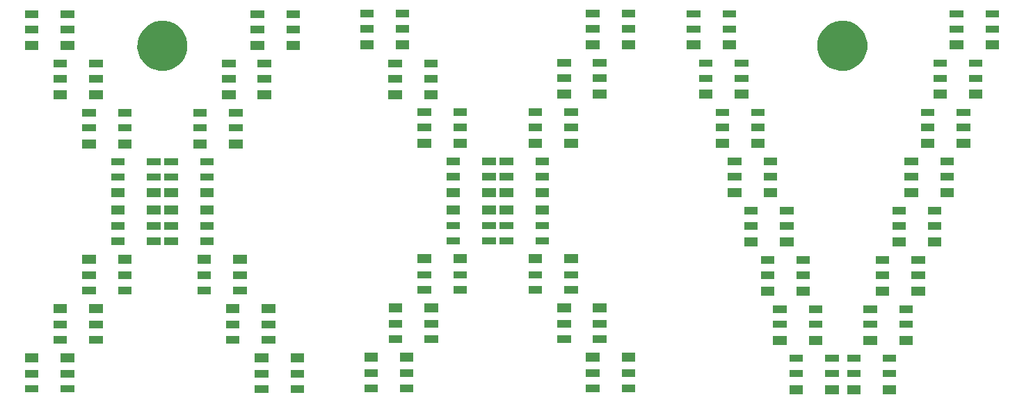
<source format=gts>
G04 #@! TF.FileFunction,Soldermask,Top*
%FSLAX46Y46*%
G04 Gerber Fmt 4.6, Leading zero omitted, Abs format (unit mm)*
G04 Created by KiCad (PCBNEW 4.0.4+e1-6308~48~ubuntu14.04.1-stable) date Wed Jun 28 21:35:02 2017*
%MOMM*%
%LPD*%
G01*
G04 APERTURE LIST*
%ADD10C,0.100000*%
G04 APERTURE END LIST*
D10*
G36*
X141569500Y-80467500D02*
X139919500Y-80467500D01*
X139919500Y-79367500D01*
X141569500Y-79367500D01*
X141569500Y-80467500D01*
X141569500Y-80467500D01*
G37*
G36*
X137219500Y-80467500D02*
X135569500Y-80467500D01*
X135569500Y-79367500D01*
X137219500Y-79367500D01*
X137219500Y-80467500D01*
X137219500Y-80467500D01*
G37*
G36*
X130219500Y-80467500D02*
X128569500Y-80467500D01*
X128569500Y-79367500D01*
X130219500Y-79367500D01*
X130219500Y-80467500D01*
X130219500Y-80467500D01*
G37*
G36*
X134569500Y-80467500D02*
X132919500Y-80467500D01*
X132919500Y-79367500D01*
X134569500Y-79367500D01*
X134569500Y-80467500D01*
X134569500Y-80467500D01*
G37*
G36*
X65150000Y-80300000D02*
X63500000Y-80300000D01*
X63500000Y-79400000D01*
X65150000Y-79400000D01*
X65150000Y-80300000D01*
X65150000Y-80300000D01*
G37*
G36*
X69500000Y-80300000D02*
X67850000Y-80300000D01*
X67850000Y-79400000D01*
X69500000Y-79400000D01*
X69500000Y-80300000D01*
X69500000Y-80300000D01*
G37*
G36*
X37150000Y-80292000D02*
X35500000Y-80292000D01*
X35500000Y-79392000D01*
X37150000Y-79392000D01*
X37150000Y-80292000D01*
X37150000Y-80292000D01*
G37*
G36*
X41500000Y-80292000D02*
X39850000Y-80292000D01*
X39850000Y-79392000D01*
X41500000Y-79392000D01*
X41500000Y-80292000D01*
X41500000Y-80292000D01*
G37*
G36*
X109808500Y-80236500D02*
X108158500Y-80236500D01*
X108158500Y-79336500D01*
X109808500Y-79336500D01*
X109808500Y-80236500D01*
X109808500Y-80236500D01*
G37*
G36*
X78458500Y-80236500D02*
X76808500Y-80236500D01*
X76808500Y-79336500D01*
X78458500Y-79336500D01*
X78458500Y-80236500D01*
X78458500Y-80236500D01*
G37*
G36*
X82808500Y-80236500D02*
X81158500Y-80236500D01*
X81158500Y-79336500D01*
X82808500Y-79336500D01*
X82808500Y-80236500D01*
X82808500Y-80236500D01*
G37*
G36*
X105458500Y-80236500D02*
X103808500Y-80236500D01*
X103808500Y-79336500D01*
X105458500Y-79336500D01*
X105458500Y-80236500D01*
X105458500Y-80236500D01*
G37*
G36*
X65150000Y-78450000D02*
X63500000Y-78450000D01*
X63500000Y-77550000D01*
X65150000Y-77550000D01*
X65150000Y-78450000D01*
X65150000Y-78450000D01*
G37*
G36*
X69500000Y-78450000D02*
X67850000Y-78450000D01*
X67850000Y-77550000D01*
X69500000Y-77550000D01*
X69500000Y-78450000D01*
X69500000Y-78450000D01*
G37*
G36*
X41500000Y-78442000D02*
X39850000Y-78442000D01*
X39850000Y-77542000D01*
X41500000Y-77542000D01*
X41500000Y-78442000D01*
X41500000Y-78442000D01*
G37*
G36*
X37150000Y-78442000D02*
X35500000Y-78442000D01*
X35500000Y-77542000D01*
X37150000Y-77542000D01*
X37150000Y-78442000D01*
X37150000Y-78442000D01*
G37*
G36*
X134569500Y-78417500D02*
X132919500Y-78417500D01*
X132919500Y-77517500D01*
X134569500Y-77517500D01*
X134569500Y-78417500D01*
X134569500Y-78417500D01*
G37*
G36*
X130219500Y-78417500D02*
X128569500Y-78417500D01*
X128569500Y-77517500D01*
X130219500Y-77517500D01*
X130219500Y-78417500D01*
X130219500Y-78417500D01*
G37*
G36*
X141569500Y-78417500D02*
X139919500Y-78417500D01*
X139919500Y-77517500D01*
X141569500Y-77517500D01*
X141569500Y-78417500D01*
X141569500Y-78417500D01*
G37*
G36*
X137219500Y-78417500D02*
X135569500Y-78417500D01*
X135569500Y-77517500D01*
X137219500Y-77517500D01*
X137219500Y-78417500D01*
X137219500Y-78417500D01*
G37*
G36*
X105458500Y-78386500D02*
X103808500Y-78386500D01*
X103808500Y-77486500D01*
X105458500Y-77486500D01*
X105458500Y-78386500D01*
X105458500Y-78386500D01*
G37*
G36*
X82808500Y-78386500D02*
X81158500Y-78386500D01*
X81158500Y-77486500D01*
X82808500Y-77486500D01*
X82808500Y-78386500D01*
X82808500Y-78386500D01*
G37*
G36*
X78458500Y-78386500D02*
X76808500Y-78386500D01*
X76808500Y-77486500D01*
X78458500Y-77486500D01*
X78458500Y-78386500D01*
X78458500Y-78386500D01*
G37*
G36*
X109808500Y-78386500D02*
X108158500Y-78386500D01*
X108158500Y-77486500D01*
X109808500Y-77486500D01*
X109808500Y-78386500D01*
X109808500Y-78386500D01*
G37*
G36*
X65150000Y-76600000D02*
X63500000Y-76600000D01*
X63500000Y-75500000D01*
X65150000Y-75500000D01*
X65150000Y-76600000D01*
X65150000Y-76600000D01*
G37*
G36*
X69500000Y-76600000D02*
X67850000Y-76600000D01*
X67850000Y-75500000D01*
X69500000Y-75500000D01*
X69500000Y-76600000D01*
X69500000Y-76600000D01*
G37*
G36*
X37150000Y-76592000D02*
X35500000Y-76592000D01*
X35500000Y-75492000D01*
X37150000Y-75492000D01*
X37150000Y-76592000D01*
X37150000Y-76592000D01*
G37*
G36*
X41500000Y-76592000D02*
X39850000Y-76592000D01*
X39850000Y-75492000D01*
X41500000Y-75492000D01*
X41500000Y-76592000D01*
X41500000Y-76592000D01*
G37*
G36*
X134569500Y-76567500D02*
X132919500Y-76567500D01*
X132919500Y-75667500D01*
X134569500Y-75667500D01*
X134569500Y-76567500D01*
X134569500Y-76567500D01*
G37*
G36*
X130219500Y-76567500D02*
X128569500Y-76567500D01*
X128569500Y-75667500D01*
X130219500Y-75667500D01*
X130219500Y-76567500D01*
X130219500Y-76567500D01*
G37*
G36*
X141569500Y-76567500D02*
X139919500Y-76567500D01*
X139919500Y-75667500D01*
X141569500Y-75667500D01*
X141569500Y-76567500D01*
X141569500Y-76567500D01*
G37*
G36*
X137219500Y-76567500D02*
X135569500Y-76567500D01*
X135569500Y-75667500D01*
X137219500Y-75667500D01*
X137219500Y-76567500D01*
X137219500Y-76567500D01*
G37*
G36*
X82808500Y-76536500D02*
X81158500Y-76536500D01*
X81158500Y-75436500D01*
X82808500Y-75436500D01*
X82808500Y-76536500D01*
X82808500Y-76536500D01*
G37*
G36*
X78458500Y-76536500D02*
X76808500Y-76536500D01*
X76808500Y-75436500D01*
X78458500Y-75436500D01*
X78458500Y-76536500D01*
X78458500Y-76536500D01*
G37*
G36*
X109808500Y-76536500D02*
X108158500Y-76536500D01*
X108158500Y-75436500D01*
X109808500Y-75436500D01*
X109808500Y-76536500D01*
X109808500Y-76536500D01*
G37*
G36*
X105458500Y-76536500D02*
X103808500Y-76536500D01*
X103808500Y-75436500D01*
X105458500Y-75436500D01*
X105458500Y-76536500D01*
X105458500Y-76536500D01*
G37*
G36*
X132569500Y-74467500D02*
X130919500Y-74467500D01*
X130919500Y-73367500D01*
X132569500Y-73367500D01*
X132569500Y-74467500D01*
X132569500Y-74467500D01*
G37*
G36*
X139219500Y-74467500D02*
X137569500Y-74467500D01*
X137569500Y-73367500D01*
X139219500Y-73367500D01*
X139219500Y-74467500D01*
X139219500Y-74467500D01*
G37*
G36*
X128219500Y-74467500D02*
X126569500Y-74467500D01*
X126569500Y-73367500D01*
X128219500Y-73367500D01*
X128219500Y-74467500D01*
X128219500Y-74467500D01*
G37*
G36*
X143569500Y-74467500D02*
X141919500Y-74467500D01*
X141919500Y-73367500D01*
X143569500Y-73367500D01*
X143569500Y-74467500D01*
X143569500Y-74467500D01*
G37*
G36*
X45000000Y-74300000D02*
X43350000Y-74300000D01*
X43350000Y-73400000D01*
X45000000Y-73400000D01*
X45000000Y-74300000D01*
X45000000Y-74300000D01*
G37*
G36*
X66000000Y-74300000D02*
X64350000Y-74300000D01*
X64350000Y-73400000D01*
X66000000Y-73400000D01*
X66000000Y-74300000D01*
X66000000Y-74300000D01*
G37*
G36*
X61650000Y-74300000D02*
X60000000Y-74300000D01*
X60000000Y-73400000D01*
X61650000Y-73400000D01*
X61650000Y-74300000D01*
X61650000Y-74300000D01*
G37*
G36*
X40650000Y-74300000D02*
X39000000Y-74300000D01*
X39000000Y-73400000D01*
X40650000Y-73400000D01*
X40650000Y-74300000D01*
X40650000Y-74300000D01*
G37*
G36*
X101958500Y-74236500D02*
X100308500Y-74236500D01*
X100308500Y-73336500D01*
X101958500Y-73336500D01*
X101958500Y-74236500D01*
X101958500Y-74236500D01*
G37*
G36*
X106308500Y-74236500D02*
X104658500Y-74236500D01*
X104658500Y-73336500D01*
X106308500Y-73336500D01*
X106308500Y-74236500D01*
X106308500Y-74236500D01*
G37*
G36*
X81458500Y-74236500D02*
X79808500Y-74236500D01*
X79808500Y-73336500D01*
X81458500Y-73336500D01*
X81458500Y-74236500D01*
X81458500Y-74236500D01*
G37*
G36*
X85808500Y-74236500D02*
X84158500Y-74236500D01*
X84158500Y-73336500D01*
X85808500Y-73336500D01*
X85808500Y-74236500D01*
X85808500Y-74236500D01*
G37*
G36*
X66000000Y-72450000D02*
X64350000Y-72450000D01*
X64350000Y-71550000D01*
X66000000Y-71550000D01*
X66000000Y-72450000D01*
X66000000Y-72450000D01*
G37*
G36*
X40650000Y-72450000D02*
X39000000Y-72450000D01*
X39000000Y-71550000D01*
X40650000Y-71550000D01*
X40650000Y-72450000D01*
X40650000Y-72450000D01*
G37*
G36*
X61650000Y-72450000D02*
X60000000Y-72450000D01*
X60000000Y-71550000D01*
X61650000Y-71550000D01*
X61650000Y-72450000D01*
X61650000Y-72450000D01*
G37*
G36*
X45000000Y-72450000D02*
X43350000Y-72450000D01*
X43350000Y-71550000D01*
X45000000Y-71550000D01*
X45000000Y-72450000D01*
X45000000Y-72450000D01*
G37*
G36*
X143569500Y-72417500D02*
X141919500Y-72417500D01*
X141919500Y-71517500D01*
X143569500Y-71517500D01*
X143569500Y-72417500D01*
X143569500Y-72417500D01*
G37*
G36*
X128219500Y-72417500D02*
X126569500Y-72417500D01*
X126569500Y-71517500D01*
X128219500Y-71517500D01*
X128219500Y-72417500D01*
X128219500Y-72417500D01*
G37*
G36*
X132569500Y-72417500D02*
X130919500Y-72417500D01*
X130919500Y-71517500D01*
X132569500Y-71517500D01*
X132569500Y-72417500D01*
X132569500Y-72417500D01*
G37*
G36*
X139219500Y-72417500D02*
X137569500Y-72417500D01*
X137569500Y-71517500D01*
X139219500Y-71517500D01*
X139219500Y-72417500D01*
X139219500Y-72417500D01*
G37*
G36*
X106308500Y-72386500D02*
X104658500Y-72386500D01*
X104658500Y-71486500D01*
X106308500Y-71486500D01*
X106308500Y-72386500D01*
X106308500Y-72386500D01*
G37*
G36*
X85808500Y-72386500D02*
X84158500Y-72386500D01*
X84158500Y-71486500D01*
X85808500Y-71486500D01*
X85808500Y-72386500D01*
X85808500Y-72386500D01*
G37*
G36*
X81458500Y-72386500D02*
X79808500Y-72386500D01*
X79808500Y-71486500D01*
X81458500Y-71486500D01*
X81458500Y-72386500D01*
X81458500Y-72386500D01*
G37*
G36*
X101958500Y-72386500D02*
X100308500Y-72386500D01*
X100308500Y-71486500D01*
X101958500Y-71486500D01*
X101958500Y-72386500D01*
X101958500Y-72386500D01*
G37*
G36*
X61650000Y-70600000D02*
X60000000Y-70600000D01*
X60000000Y-69500000D01*
X61650000Y-69500000D01*
X61650000Y-70600000D01*
X61650000Y-70600000D01*
G37*
G36*
X66000000Y-70600000D02*
X64350000Y-70600000D01*
X64350000Y-69500000D01*
X66000000Y-69500000D01*
X66000000Y-70600000D01*
X66000000Y-70600000D01*
G37*
G36*
X45000000Y-70600000D02*
X43350000Y-70600000D01*
X43350000Y-69500000D01*
X45000000Y-69500000D01*
X45000000Y-70600000D01*
X45000000Y-70600000D01*
G37*
G36*
X40650000Y-70600000D02*
X39000000Y-70600000D01*
X39000000Y-69500000D01*
X40650000Y-69500000D01*
X40650000Y-70600000D01*
X40650000Y-70600000D01*
G37*
G36*
X128219500Y-70567500D02*
X126569500Y-70567500D01*
X126569500Y-69667500D01*
X128219500Y-69667500D01*
X128219500Y-70567500D01*
X128219500Y-70567500D01*
G37*
G36*
X139219500Y-70567500D02*
X137569500Y-70567500D01*
X137569500Y-69667500D01*
X139219500Y-69667500D01*
X139219500Y-70567500D01*
X139219500Y-70567500D01*
G37*
G36*
X143569500Y-70567500D02*
X141919500Y-70567500D01*
X141919500Y-69667500D01*
X143569500Y-69667500D01*
X143569500Y-70567500D01*
X143569500Y-70567500D01*
G37*
G36*
X132569500Y-70567500D02*
X130919500Y-70567500D01*
X130919500Y-69667500D01*
X132569500Y-69667500D01*
X132569500Y-70567500D01*
X132569500Y-70567500D01*
G37*
G36*
X106308500Y-70536500D02*
X104658500Y-70536500D01*
X104658500Y-69436500D01*
X106308500Y-69436500D01*
X106308500Y-70536500D01*
X106308500Y-70536500D01*
G37*
G36*
X81458500Y-70536500D02*
X79808500Y-70536500D01*
X79808500Y-69436500D01*
X81458500Y-69436500D01*
X81458500Y-70536500D01*
X81458500Y-70536500D01*
G37*
G36*
X85808500Y-70536500D02*
X84158500Y-70536500D01*
X84158500Y-69436500D01*
X85808500Y-69436500D01*
X85808500Y-70536500D01*
X85808500Y-70536500D01*
G37*
G36*
X101958500Y-70536500D02*
X100308500Y-70536500D01*
X100308500Y-69436500D01*
X101958500Y-69436500D01*
X101958500Y-70536500D01*
X101958500Y-70536500D01*
G37*
G36*
X126719500Y-68467500D02*
X125069500Y-68467500D01*
X125069500Y-67367500D01*
X126719500Y-67367500D01*
X126719500Y-68467500D01*
X126719500Y-68467500D01*
G37*
G36*
X131069500Y-68467500D02*
X129419500Y-68467500D01*
X129419500Y-67367500D01*
X131069500Y-67367500D01*
X131069500Y-68467500D01*
X131069500Y-68467500D01*
G37*
G36*
X145069500Y-68467500D02*
X143419500Y-68467500D01*
X143419500Y-67367500D01*
X145069500Y-67367500D01*
X145069500Y-68467500D01*
X145069500Y-68467500D01*
G37*
G36*
X140719500Y-68467500D02*
X139069500Y-68467500D01*
X139069500Y-67367500D01*
X140719500Y-67367500D01*
X140719500Y-68467500D01*
X140719500Y-68467500D01*
G37*
G36*
X58150000Y-68300000D02*
X56500000Y-68300000D01*
X56500000Y-67400000D01*
X58150000Y-67400000D01*
X58150000Y-68300000D01*
X58150000Y-68300000D01*
G37*
G36*
X62500000Y-68300000D02*
X60850000Y-68300000D01*
X60850000Y-67400000D01*
X62500000Y-67400000D01*
X62500000Y-68300000D01*
X62500000Y-68300000D01*
G37*
G36*
X48500000Y-68300000D02*
X46850000Y-68300000D01*
X46850000Y-67400000D01*
X48500000Y-67400000D01*
X48500000Y-68300000D01*
X48500000Y-68300000D01*
G37*
G36*
X44150000Y-68300000D02*
X42500000Y-68300000D01*
X42500000Y-67400000D01*
X44150000Y-67400000D01*
X44150000Y-68300000D01*
X44150000Y-68300000D01*
G37*
G36*
X98458500Y-68236500D02*
X96808500Y-68236500D01*
X96808500Y-67336500D01*
X98458500Y-67336500D01*
X98458500Y-68236500D01*
X98458500Y-68236500D01*
G37*
G36*
X89308500Y-68236500D02*
X87658500Y-68236500D01*
X87658500Y-67336500D01*
X89308500Y-67336500D01*
X89308500Y-68236500D01*
X89308500Y-68236500D01*
G37*
G36*
X84958500Y-68236500D02*
X83308500Y-68236500D01*
X83308500Y-67336500D01*
X84958500Y-67336500D01*
X84958500Y-68236500D01*
X84958500Y-68236500D01*
G37*
G36*
X102808500Y-68236500D02*
X101158500Y-68236500D01*
X101158500Y-67336500D01*
X102808500Y-67336500D01*
X102808500Y-68236500D01*
X102808500Y-68236500D01*
G37*
G36*
X58150000Y-66450000D02*
X56500000Y-66450000D01*
X56500000Y-65550000D01*
X58150000Y-65550000D01*
X58150000Y-66450000D01*
X58150000Y-66450000D01*
G37*
G36*
X44150000Y-66450000D02*
X42500000Y-66450000D01*
X42500000Y-65550000D01*
X44150000Y-65550000D01*
X44150000Y-66450000D01*
X44150000Y-66450000D01*
G37*
G36*
X48500000Y-66450000D02*
X46850000Y-66450000D01*
X46850000Y-65550000D01*
X48500000Y-65550000D01*
X48500000Y-66450000D01*
X48500000Y-66450000D01*
G37*
G36*
X62500000Y-66450000D02*
X60850000Y-66450000D01*
X60850000Y-65550000D01*
X62500000Y-65550000D01*
X62500000Y-66450000D01*
X62500000Y-66450000D01*
G37*
G36*
X140719500Y-66417500D02*
X139069500Y-66417500D01*
X139069500Y-65517500D01*
X140719500Y-65517500D01*
X140719500Y-66417500D01*
X140719500Y-66417500D01*
G37*
G36*
X145069500Y-66417500D02*
X143419500Y-66417500D01*
X143419500Y-65517500D01*
X145069500Y-65517500D01*
X145069500Y-66417500D01*
X145069500Y-66417500D01*
G37*
G36*
X126719500Y-66417500D02*
X125069500Y-66417500D01*
X125069500Y-65517500D01*
X126719500Y-65517500D01*
X126719500Y-66417500D01*
X126719500Y-66417500D01*
G37*
G36*
X131069500Y-66417500D02*
X129419500Y-66417500D01*
X129419500Y-65517500D01*
X131069500Y-65517500D01*
X131069500Y-66417500D01*
X131069500Y-66417500D01*
G37*
G36*
X84958500Y-66386500D02*
X83308500Y-66386500D01*
X83308500Y-65486500D01*
X84958500Y-65486500D01*
X84958500Y-66386500D01*
X84958500Y-66386500D01*
G37*
G36*
X98458500Y-66386500D02*
X96808500Y-66386500D01*
X96808500Y-65486500D01*
X98458500Y-65486500D01*
X98458500Y-66386500D01*
X98458500Y-66386500D01*
G37*
G36*
X89308500Y-66386500D02*
X87658500Y-66386500D01*
X87658500Y-65486500D01*
X89308500Y-65486500D01*
X89308500Y-66386500D01*
X89308500Y-66386500D01*
G37*
G36*
X102808500Y-66386500D02*
X101158500Y-66386500D01*
X101158500Y-65486500D01*
X102808500Y-65486500D01*
X102808500Y-66386500D01*
X102808500Y-66386500D01*
G37*
G36*
X58150000Y-64600000D02*
X56500000Y-64600000D01*
X56500000Y-63500000D01*
X58150000Y-63500000D01*
X58150000Y-64600000D01*
X58150000Y-64600000D01*
G37*
G36*
X44150000Y-64600000D02*
X42500000Y-64600000D01*
X42500000Y-63500000D01*
X44150000Y-63500000D01*
X44150000Y-64600000D01*
X44150000Y-64600000D01*
G37*
G36*
X48500000Y-64600000D02*
X46850000Y-64600000D01*
X46850000Y-63500000D01*
X48500000Y-63500000D01*
X48500000Y-64600000D01*
X48500000Y-64600000D01*
G37*
G36*
X62500000Y-64600000D02*
X60850000Y-64600000D01*
X60850000Y-63500000D01*
X62500000Y-63500000D01*
X62500000Y-64600000D01*
X62500000Y-64600000D01*
G37*
G36*
X126719500Y-64567500D02*
X125069500Y-64567500D01*
X125069500Y-63667500D01*
X126719500Y-63667500D01*
X126719500Y-64567500D01*
X126719500Y-64567500D01*
G37*
G36*
X145069500Y-64567500D02*
X143419500Y-64567500D01*
X143419500Y-63667500D01*
X145069500Y-63667500D01*
X145069500Y-64567500D01*
X145069500Y-64567500D01*
G37*
G36*
X131069500Y-64567500D02*
X129419500Y-64567500D01*
X129419500Y-63667500D01*
X131069500Y-63667500D01*
X131069500Y-64567500D01*
X131069500Y-64567500D01*
G37*
G36*
X140719500Y-64567500D02*
X139069500Y-64567500D01*
X139069500Y-63667500D01*
X140719500Y-63667500D01*
X140719500Y-64567500D01*
X140719500Y-64567500D01*
G37*
G36*
X89308500Y-64536500D02*
X87658500Y-64536500D01*
X87658500Y-63436500D01*
X89308500Y-63436500D01*
X89308500Y-64536500D01*
X89308500Y-64536500D01*
G37*
G36*
X102808500Y-64536500D02*
X101158500Y-64536500D01*
X101158500Y-63436500D01*
X102808500Y-63436500D01*
X102808500Y-64536500D01*
X102808500Y-64536500D01*
G37*
G36*
X98458500Y-64536500D02*
X96808500Y-64536500D01*
X96808500Y-63436500D01*
X98458500Y-63436500D01*
X98458500Y-64536500D01*
X98458500Y-64536500D01*
G37*
G36*
X84958500Y-64536500D02*
X83308500Y-64536500D01*
X83308500Y-63436500D01*
X84958500Y-63436500D01*
X84958500Y-64536500D01*
X84958500Y-64536500D01*
G37*
G36*
X147069500Y-62467500D02*
X145419500Y-62467500D01*
X145419500Y-61367500D01*
X147069500Y-61367500D01*
X147069500Y-62467500D01*
X147069500Y-62467500D01*
G37*
G36*
X142719500Y-62467500D02*
X141069500Y-62467500D01*
X141069500Y-61367500D01*
X142719500Y-61367500D01*
X142719500Y-62467500D01*
X142719500Y-62467500D01*
G37*
G36*
X129069500Y-62467500D02*
X127419500Y-62467500D01*
X127419500Y-61367500D01*
X129069500Y-61367500D01*
X129069500Y-62467500D01*
X129069500Y-62467500D01*
G37*
G36*
X124719500Y-62467500D02*
X123069500Y-62467500D01*
X123069500Y-61367500D01*
X124719500Y-61367500D01*
X124719500Y-62467500D01*
X124719500Y-62467500D01*
G37*
G36*
X58500000Y-62300000D02*
X56850000Y-62300000D01*
X56850000Y-61400000D01*
X58500000Y-61400000D01*
X58500000Y-62300000D01*
X58500000Y-62300000D01*
G37*
G36*
X54150000Y-62300000D02*
X52500000Y-62300000D01*
X52500000Y-61400000D01*
X54150000Y-61400000D01*
X54150000Y-62300000D01*
X54150000Y-62300000D01*
G37*
G36*
X52000000Y-62300000D02*
X50350000Y-62300000D01*
X50350000Y-61400000D01*
X52000000Y-61400000D01*
X52000000Y-62300000D01*
X52000000Y-62300000D01*
G37*
G36*
X47650000Y-62300000D02*
X46000000Y-62300000D01*
X46000000Y-61400000D01*
X47650000Y-61400000D01*
X47650000Y-62300000D01*
X47650000Y-62300000D01*
G37*
G36*
X88458500Y-62236500D02*
X86808500Y-62236500D01*
X86808500Y-61336500D01*
X88458500Y-61336500D01*
X88458500Y-62236500D01*
X88458500Y-62236500D01*
G37*
G36*
X99308500Y-62236500D02*
X97658500Y-62236500D01*
X97658500Y-61336500D01*
X99308500Y-61336500D01*
X99308500Y-62236500D01*
X99308500Y-62236500D01*
G37*
G36*
X94958500Y-62236500D02*
X93308500Y-62236500D01*
X93308500Y-61336500D01*
X94958500Y-61336500D01*
X94958500Y-62236500D01*
X94958500Y-62236500D01*
G37*
G36*
X92808500Y-62236500D02*
X91158500Y-62236500D01*
X91158500Y-61336500D01*
X92808500Y-61336500D01*
X92808500Y-62236500D01*
X92808500Y-62236500D01*
G37*
G36*
X58500000Y-60450000D02*
X56850000Y-60450000D01*
X56850000Y-59550000D01*
X58500000Y-59550000D01*
X58500000Y-60450000D01*
X58500000Y-60450000D01*
G37*
G36*
X52000000Y-60450000D02*
X50350000Y-60450000D01*
X50350000Y-59550000D01*
X52000000Y-59550000D01*
X52000000Y-60450000D01*
X52000000Y-60450000D01*
G37*
G36*
X47650000Y-60450000D02*
X46000000Y-60450000D01*
X46000000Y-59550000D01*
X47650000Y-59550000D01*
X47650000Y-60450000D01*
X47650000Y-60450000D01*
G37*
G36*
X54150000Y-60450000D02*
X52500000Y-60450000D01*
X52500000Y-59550000D01*
X54150000Y-59550000D01*
X54150000Y-60450000D01*
X54150000Y-60450000D01*
G37*
G36*
X147069500Y-60417500D02*
X145419500Y-60417500D01*
X145419500Y-59517500D01*
X147069500Y-59517500D01*
X147069500Y-60417500D01*
X147069500Y-60417500D01*
G37*
G36*
X129069500Y-60417500D02*
X127419500Y-60417500D01*
X127419500Y-59517500D01*
X129069500Y-59517500D01*
X129069500Y-60417500D01*
X129069500Y-60417500D01*
G37*
G36*
X142719500Y-60417500D02*
X141069500Y-60417500D01*
X141069500Y-59517500D01*
X142719500Y-59517500D01*
X142719500Y-60417500D01*
X142719500Y-60417500D01*
G37*
G36*
X124719500Y-60417500D02*
X123069500Y-60417500D01*
X123069500Y-59517500D01*
X124719500Y-59517500D01*
X124719500Y-60417500D01*
X124719500Y-60417500D01*
G37*
G36*
X99308500Y-60386500D02*
X97658500Y-60386500D01*
X97658500Y-59486500D01*
X99308500Y-59486500D01*
X99308500Y-60386500D01*
X99308500Y-60386500D01*
G37*
G36*
X88458500Y-60386500D02*
X86808500Y-60386500D01*
X86808500Y-59486500D01*
X88458500Y-59486500D01*
X88458500Y-60386500D01*
X88458500Y-60386500D01*
G37*
G36*
X92808500Y-60386500D02*
X91158500Y-60386500D01*
X91158500Y-59486500D01*
X92808500Y-59486500D01*
X92808500Y-60386500D01*
X92808500Y-60386500D01*
G37*
G36*
X94958500Y-60386500D02*
X93308500Y-60386500D01*
X93308500Y-59486500D01*
X94958500Y-59486500D01*
X94958500Y-60386500D01*
X94958500Y-60386500D01*
G37*
G36*
X58500000Y-58600000D02*
X56850000Y-58600000D01*
X56850000Y-57500000D01*
X58500000Y-57500000D01*
X58500000Y-58600000D01*
X58500000Y-58600000D01*
G37*
G36*
X52000000Y-58600000D02*
X50350000Y-58600000D01*
X50350000Y-57500000D01*
X52000000Y-57500000D01*
X52000000Y-58600000D01*
X52000000Y-58600000D01*
G37*
G36*
X47650000Y-58600000D02*
X46000000Y-58600000D01*
X46000000Y-57500000D01*
X47650000Y-57500000D01*
X47650000Y-58600000D01*
X47650000Y-58600000D01*
G37*
G36*
X54150000Y-58600000D02*
X52500000Y-58600000D01*
X52500000Y-57500000D01*
X54150000Y-57500000D01*
X54150000Y-58600000D01*
X54150000Y-58600000D01*
G37*
G36*
X129069500Y-58567500D02*
X127419500Y-58567500D01*
X127419500Y-57667500D01*
X129069500Y-57667500D01*
X129069500Y-58567500D01*
X129069500Y-58567500D01*
G37*
G36*
X124719500Y-58567500D02*
X123069500Y-58567500D01*
X123069500Y-57667500D01*
X124719500Y-57667500D01*
X124719500Y-58567500D01*
X124719500Y-58567500D01*
G37*
G36*
X147069500Y-58567500D02*
X145419500Y-58567500D01*
X145419500Y-57667500D01*
X147069500Y-57667500D01*
X147069500Y-58567500D01*
X147069500Y-58567500D01*
G37*
G36*
X142719500Y-58567500D02*
X141069500Y-58567500D01*
X141069500Y-57667500D01*
X142719500Y-57667500D01*
X142719500Y-58567500D01*
X142719500Y-58567500D01*
G37*
G36*
X92808500Y-58536500D02*
X91158500Y-58536500D01*
X91158500Y-57436500D01*
X92808500Y-57436500D01*
X92808500Y-58536500D01*
X92808500Y-58536500D01*
G37*
G36*
X88458500Y-58536500D02*
X86808500Y-58536500D01*
X86808500Y-57436500D01*
X88458500Y-57436500D01*
X88458500Y-58536500D01*
X88458500Y-58536500D01*
G37*
G36*
X99308500Y-58536500D02*
X97658500Y-58536500D01*
X97658500Y-57436500D01*
X99308500Y-57436500D01*
X99308500Y-58536500D01*
X99308500Y-58536500D01*
G37*
G36*
X94958500Y-58536500D02*
X93308500Y-58536500D01*
X93308500Y-57436500D01*
X94958500Y-57436500D01*
X94958500Y-58536500D01*
X94958500Y-58536500D01*
G37*
G36*
X54150000Y-56500000D02*
X52500000Y-56500000D01*
X52500000Y-55400000D01*
X54150000Y-55400000D01*
X54150000Y-56500000D01*
X54150000Y-56500000D01*
G37*
G36*
X47650000Y-56500000D02*
X46000000Y-56500000D01*
X46000000Y-55400000D01*
X47650000Y-55400000D01*
X47650000Y-56500000D01*
X47650000Y-56500000D01*
G37*
G36*
X52000000Y-56500000D02*
X50350000Y-56500000D01*
X50350000Y-55400000D01*
X52000000Y-55400000D01*
X52000000Y-56500000D01*
X52000000Y-56500000D01*
G37*
G36*
X58500000Y-56500000D02*
X56850000Y-56500000D01*
X56850000Y-55400000D01*
X58500000Y-55400000D01*
X58500000Y-56500000D01*
X58500000Y-56500000D01*
G37*
G36*
X144219500Y-56467500D02*
X142569500Y-56467500D01*
X142569500Y-55367500D01*
X144219500Y-55367500D01*
X144219500Y-56467500D01*
X144219500Y-56467500D01*
G37*
G36*
X148569500Y-56467500D02*
X146919500Y-56467500D01*
X146919500Y-55367500D01*
X148569500Y-55367500D01*
X148569500Y-56467500D01*
X148569500Y-56467500D01*
G37*
G36*
X122719500Y-56467500D02*
X121069500Y-56467500D01*
X121069500Y-55367500D01*
X122719500Y-55367500D01*
X122719500Y-56467500D01*
X122719500Y-56467500D01*
G37*
G36*
X127069500Y-56467500D02*
X125419500Y-56467500D01*
X125419500Y-55367500D01*
X127069500Y-55367500D01*
X127069500Y-56467500D01*
X127069500Y-56467500D01*
G37*
G36*
X99308500Y-56436500D02*
X97658500Y-56436500D01*
X97658500Y-55336500D01*
X99308500Y-55336500D01*
X99308500Y-56436500D01*
X99308500Y-56436500D01*
G37*
G36*
X94958500Y-56436500D02*
X93308500Y-56436500D01*
X93308500Y-55336500D01*
X94958500Y-55336500D01*
X94958500Y-56436500D01*
X94958500Y-56436500D01*
G37*
G36*
X92808500Y-56436500D02*
X91158500Y-56436500D01*
X91158500Y-55336500D01*
X92808500Y-55336500D01*
X92808500Y-56436500D01*
X92808500Y-56436500D01*
G37*
G36*
X88458500Y-56436500D02*
X86808500Y-56436500D01*
X86808500Y-55336500D01*
X88458500Y-55336500D01*
X88458500Y-56436500D01*
X88458500Y-56436500D01*
G37*
G36*
X47650000Y-54450000D02*
X46000000Y-54450000D01*
X46000000Y-53550000D01*
X47650000Y-53550000D01*
X47650000Y-54450000D01*
X47650000Y-54450000D01*
G37*
G36*
X54150000Y-54450000D02*
X52500000Y-54450000D01*
X52500000Y-53550000D01*
X54150000Y-53550000D01*
X54150000Y-54450000D01*
X54150000Y-54450000D01*
G37*
G36*
X58500000Y-54450000D02*
X56850000Y-54450000D01*
X56850000Y-53550000D01*
X58500000Y-53550000D01*
X58500000Y-54450000D01*
X58500000Y-54450000D01*
G37*
G36*
X52000000Y-54450000D02*
X50350000Y-54450000D01*
X50350000Y-53550000D01*
X52000000Y-53550000D01*
X52000000Y-54450000D01*
X52000000Y-54450000D01*
G37*
G36*
X122719500Y-54417500D02*
X121069500Y-54417500D01*
X121069500Y-53517500D01*
X122719500Y-53517500D01*
X122719500Y-54417500D01*
X122719500Y-54417500D01*
G37*
G36*
X148569500Y-54417500D02*
X146919500Y-54417500D01*
X146919500Y-53517500D01*
X148569500Y-53517500D01*
X148569500Y-54417500D01*
X148569500Y-54417500D01*
G37*
G36*
X127069500Y-54417500D02*
X125419500Y-54417500D01*
X125419500Y-53517500D01*
X127069500Y-53517500D01*
X127069500Y-54417500D01*
X127069500Y-54417500D01*
G37*
G36*
X144219500Y-54417500D02*
X142569500Y-54417500D01*
X142569500Y-53517500D01*
X144219500Y-53517500D01*
X144219500Y-54417500D01*
X144219500Y-54417500D01*
G37*
G36*
X92808500Y-54386500D02*
X91158500Y-54386500D01*
X91158500Y-53486500D01*
X92808500Y-53486500D01*
X92808500Y-54386500D01*
X92808500Y-54386500D01*
G37*
G36*
X99308500Y-54386500D02*
X97658500Y-54386500D01*
X97658500Y-53486500D01*
X99308500Y-53486500D01*
X99308500Y-54386500D01*
X99308500Y-54386500D01*
G37*
G36*
X94958500Y-54386500D02*
X93308500Y-54386500D01*
X93308500Y-53486500D01*
X94958500Y-53486500D01*
X94958500Y-54386500D01*
X94958500Y-54386500D01*
G37*
G36*
X88458500Y-54386500D02*
X86808500Y-54386500D01*
X86808500Y-53486500D01*
X88458500Y-53486500D01*
X88458500Y-54386500D01*
X88458500Y-54386500D01*
G37*
G36*
X47650000Y-52600000D02*
X46000000Y-52600000D01*
X46000000Y-51700000D01*
X47650000Y-51700000D01*
X47650000Y-52600000D01*
X47650000Y-52600000D01*
G37*
G36*
X52000000Y-52600000D02*
X50350000Y-52600000D01*
X50350000Y-51700000D01*
X52000000Y-51700000D01*
X52000000Y-52600000D01*
X52000000Y-52600000D01*
G37*
G36*
X54150000Y-52600000D02*
X52500000Y-52600000D01*
X52500000Y-51700000D01*
X54150000Y-51700000D01*
X54150000Y-52600000D01*
X54150000Y-52600000D01*
G37*
G36*
X58500000Y-52600000D02*
X56850000Y-52600000D01*
X56850000Y-51700000D01*
X58500000Y-51700000D01*
X58500000Y-52600000D01*
X58500000Y-52600000D01*
G37*
G36*
X127069500Y-52567500D02*
X125419500Y-52567500D01*
X125419500Y-51667500D01*
X127069500Y-51667500D01*
X127069500Y-52567500D01*
X127069500Y-52567500D01*
G37*
G36*
X148569500Y-52567500D02*
X146919500Y-52567500D01*
X146919500Y-51667500D01*
X148569500Y-51667500D01*
X148569500Y-52567500D01*
X148569500Y-52567500D01*
G37*
G36*
X122719500Y-52567500D02*
X121069500Y-52567500D01*
X121069500Y-51667500D01*
X122719500Y-51667500D01*
X122719500Y-52567500D01*
X122719500Y-52567500D01*
G37*
G36*
X144219500Y-52567500D02*
X142569500Y-52567500D01*
X142569500Y-51667500D01*
X144219500Y-51667500D01*
X144219500Y-52567500D01*
X144219500Y-52567500D01*
G37*
G36*
X88458500Y-52536500D02*
X86808500Y-52536500D01*
X86808500Y-51636500D01*
X88458500Y-51636500D01*
X88458500Y-52536500D01*
X88458500Y-52536500D01*
G37*
G36*
X92808500Y-52536500D02*
X91158500Y-52536500D01*
X91158500Y-51636500D01*
X92808500Y-51636500D01*
X92808500Y-52536500D01*
X92808500Y-52536500D01*
G37*
G36*
X94958500Y-52536500D02*
X93308500Y-52536500D01*
X93308500Y-51636500D01*
X94958500Y-51636500D01*
X94958500Y-52536500D01*
X94958500Y-52536500D01*
G37*
G36*
X99308500Y-52536500D02*
X97658500Y-52536500D01*
X97658500Y-51636500D01*
X99308500Y-51636500D01*
X99308500Y-52536500D01*
X99308500Y-52536500D01*
G37*
G36*
X48500000Y-50500000D02*
X46850000Y-50500000D01*
X46850000Y-49400000D01*
X48500000Y-49400000D01*
X48500000Y-50500000D01*
X48500000Y-50500000D01*
G37*
G36*
X57650000Y-50500000D02*
X56000000Y-50500000D01*
X56000000Y-49400000D01*
X57650000Y-49400000D01*
X57650000Y-50500000D01*
X57650000Y-50500000D01*
G37*
G36*
X44150000Y-50500000D02*
X42500000Y-50500000D01*
X42500000Y-49400000D01*
X44150000Y-49400000D01*
X44150000Y-50500000D01*
X44150000Y-50500000D01*
G37*
G36*
X62000000Y-50500000D02*
X60350000Y-50500000D01*
X60350000Y-49400000D01*
X62000000Y-49400000D01*
X62000000Y-50500000D01*
X62000000Y-50500000D01*
G37*
G36*
X150569500Y-50467500D02*
X148919500Y-50467500D01*
X148919500Y-49367500D01*
X150569500Y-49367500D01*
X150569500Y-50467500D01*
X150569500Y-50467500D01*
G37*
G36*
X146219500Y-50467500D02*
X144569500Y-50467500D01*
X144569500Y-49367500D01*
X146219500Y-49367500D01*
X146219500Y-50467500D01*
X146219500Y-50467500D01*
G37*
G36*
X125569500Y-50467500D02*
X123919500Y-50467500D01*
X123919500Y-49367500D01*
X125569500Y-49367500D01*
X125569500Y-50467500D01*
X125569500Y-50467500D01*
G37*
G36*
X121219500Y-50467500D02*
X119569500Y-50467500D01*
X119569500Y-49367500D01*
X121219500Y-49367500D01*
X121219500Y-50467500D01*
X121219500Y-50467500D01*
G37*
G36*
X98458500Y-50436500D02*
X96808500Y-50436500D01*
X96808500Y-49336500D01*
X98458500Y-49336500D01*
X98458500Y-50436500D01*
X98458500Y-50436500D01*
G37*
G36*
X84958500Y-50436500D02*
X83308500Y-50436500D01*
X83308500Y-49336500D01*
X84958500Y-49336500D01*
X84958500Y-50436500D01*
X84958500Y-50436500D01*
G37*
G36*
X89308500Y-50436500D02*
X87658500Y-50436500D01*
X87658500Y-49336500D01*
X89308500Y-49336500D01*
X89308500Y-50436500D01*
X89308500Y-50436500D01*
G37*
G36*
X102808500Y-50436500D02*
X101158500Y-50436500D01*
X101158500Y-49336500D01*
X102808500Y-49336500D01*
X102808500Y-50436500D01*
X102808500Y-50436500D01*
G37*
G36*
X44150000Y-48450000D02*
X42500000Y-48450000D01*
X42500000Y-47550000D01*
X44150000Y-47550000D01*
X44150000Y-48450000D01*
X44150000Y-48450000D01*
G37*
G36*
X62000000Y-48450000D02*
X60350000Y-48450000D01*
X60350000Y-47550000D01*
X62000000Y-47550000D01*
X62000000Y-48450000D01*
X62000000Y-48450000D01*
G37*
G36*
X57650000Y-48450000D02*
X56000000Y-48450000D01*
X56000000Y-47550000D01*
X57650000Y-47550000D01*
X57650000Y-48450000D01*
X57650000Y-48450000D01*
G37*
G36*
X48500000Y-48450000D02*
X46850000Y-48450000D01*
X46850000Y-47550000D01*
X48500000Y-47550000D01*
X48500000Y-48450000D01*
X48500000Y-48450000D01*
G37*
G36*
X146219500Y-48417500D02*
X144569500Y-48417500D01*
X144569500Y-47517500D01*
X146219500Y-47517500D01*
X146219500Y-48417500D01*
X146219500Y-48417500D01*
G37*
G36*
X150569500Y-48417500D02*
X148919500Y-48417500D01*
X148919500Y-47517500D01*
X150569500Y-47517500D01*
X150569500Y-48417500D01*
X150569500Y-48417500D01*
G37*
G36*
X125569500Y-48417500D02*
X123919500Y-48417500D01*
X123919500Y-47517500D01*
X125569500Y-47517500D01*
X125569500Y-48417500D01*
X125569500Y-48417500D01*
G37*
G36*
X121219500Y-48417500D02*
X119569500Y-48417500D01*
X119569500Y-47517500D01*
X121219500Y-47517500D01*
X121219500Y-48417500D01*
X121219500Y-48417500D01*
G37*
G36*
X98458500Y-48386500D02*
X96808500Y-48386500D01*
X96808500Y-47486500D01*
X98458500Y-47486500D01*
X98458500Y-48386500D01*
X98458500Y-48386500D01*
G37*
G36*
X102808500Y-48386500D02*
X101158500Y-48386500D01*
X101158500Y-47486500D01*
X102808500Y-47486500D01*
X102808500Y-48386500D01*
X102808500Y-48386500D01*
G37*
G36*
X89308500Y-48386500D02*
X87658500Y-48386500D01*
X87658500Y-47486500D01*
X89308500Y-47486500D01*
X89308500Y-48386500D01*
X89308500Y-48386500D01*
G37*
G36*
X84958500Y-48386500D02*
X83308500Y-48386500D01*
X83308500Y-47486500D01*
X84958500Y-47486500D01*
X84958500Y-48386500D01*
X84958500Y-48386500D01*
G37*
G36*
X57650000Y-46600000D02*
X56000000Y-46600000D01*
X56000000Y-45700000D01*
X57650000Y-45700000D01*
X57650000Y-46600000D01*
X57650000Y-46600000D01*
G37*
G36*
X48500000Y-46600000D02*
X46850000Y-46600000D01*
X46850000Y-45700000D01*
X48500000Y-45700000D01*
X48500000Y-46600000D01*
X48500000Y-46600000D01*
G37*
G36*
X44150000Y-46600000D02*
X42500000Y-46600000D01*
X42500000Y-45700000D01*
X44150000Y-45700000D01*
X44150000Y-46600000D01*
X44150000Y-46600000D01*
G37*
G36*
X62000000Y-46600000D02*
X60350000Y-46600000D01*
X60350000Y-45700000D01*
X62000000Y-45700000D01*
X62000000Y-46600000D01*
X62000000Y-46600000D01*
G37*
G36*
X150569500Y-46567500D02*
X148919500Y-46567500D01*
X148919500Y-45667500D01*
X150569500Y-45667500D01*
X150569500Y-46567500D01*
X150569500Y-46567500D01*
G37*
G36*
X125569500Y-46567500D02*
X123919500Y-46567500D01*
X123919500Y-45667500D01*
X125569500Y-45667500D01*
X125569500Y-46567500D01*
X125569500Y-46567500D01*
G37*
G36*
X146219500Y-46567500D02*
X144569500Y-46567500D01*
X144569500Y-45667500D01*
X146219500Y-45667500D01*
X146219500Y-46567500D01*
X146219500Y-46567500D01*
G37*
G36*
X121219500Y-46567500D02*
X119569500Y-46567500D01*
X119569500Y-45667500D01*
X121219500Y-45667500D01*
X121219500Y-46567500D01*
X121219500Y-46567500D01*
G37*
G36*
X89308500Y-46536500D02*
X87658500Y-46536500D01*
X87658500Y-45636500D01*
X89308500Y-45636500D01*
X89308500Y-46536500D01*
X89308500Y-46536500D01*
G37*
G36*
X84958500Y-46536500D02*
X83308500Y-46536500D01*
X83308500Y-45636500D01*
X84958500Y-45636500D01*
X84958500Y-46536500D01*
X84958500Y-46536500D01*
G37*
G36*
X98458500Y-46536500D02*
X96808500Y-46536500D01*
X96808500Y-45636500D01*
X98458500Y-45636500D01*
X98458500Y-46536500D01*
X98458500Y-46536500D01*
G37*
G36*
X102808500Y-46536500D02*
X101158500Y-46536500D01*
X101158500Y-45636500D01*
X102808500Y-45636500D01*
X102808500Y-46536500D01*
X102808500Y-46536500D01*
G37*
G36*
X81400000Y-44500000D02*
X79750000Y-44500000D01*
X79750000Y-43400000D01*
X81400000Y-43400000D01*
X81400000Y-44500000D01*
X81400000Y-44500000D01*
G37*
G36*
X45000000Y-44500000D02*
X43350000Y-44500000D01*
X43350000Y-43400000D01*
X45000000Y-43400000D01*
X45000000Y-44500000D01*
X45000000Y-44500000D01*
G37*
G36*
X85750000Y-44500000D02*
X84100000Y-44500000D01*
X84100000Y-43400000D01*
X85750000Y-43400000D01*
X85750000Y-44500000D01*
X85750000Y-44500000D01*
G37*
G36*
X61150000Y-44500000D02*
X59500000Y-44500000D01*
X59500000Y-43400000D01*
X61150000Y-43400000D01*
X61150000Y-44500000D01*
X61150000Y-44500000D01*
G37*
G36*
X65500000Y-44500000D02*
X63850000Y-44500000D01*
X63850000Y-43400000D01*
X65500000Y-43400000D01*
X65500000Y-44500000D01*
X65500000Y-44500000D01*
G37*
G36*
X40650000Y-44500000D02*
X39000000Y-44500000D01*
X39000000Y-43400000D01*
X40650000Y-43400000D01*
X40650000Y-44500000D01*
X40650000Y-44500000D01*
G37*
G36*
X123569500Y-44467500D02*
X121919500Y-44467500D01*
X121919500Y-43367500D01*
X123569500Y-43367500D01*
X123569500Y-44467500D01*
X123569500Y-44467500D01*
G37*
G36*
X152069500Y-44467500D02*
X150419500Y-44467500D01*
X150419500Y-43367500D01*
X152069500Y-43367500D01*
X152069500Y-44467500D01*
X152069500Y-44467500D01*
G37*
G36*
X147719500Y-44467500D02*
X146069500Y-44467500D01*
X146069500Y-43367500D01*
X147719500Y-43367500D01*
X147719500Y-44467500D01*
X147719500Y-44467500D01*
G37*
G36*
X119219500Y-44467500D02*
X117569500Y-44467500D01*
X117569500Y-43367500D01*
X119219500Y-43367500D01*
X119219500Y-44467500D01*
X119219500Y-44467500D01*
G37*
G36*
X106308500Y-44436500D02*
X104658500Y-44436500D01*
X104658500Y-43336500D01*
X106308500Y-43336500D01*
X106308500Y-44436500D01*
X106308500Y-44436500D01*
G37*
G36*
X101958500Y-44436500D02*
X100308500Y-44436500D01*
X100308500Y-43336500D01*
X101958500Y-43336500D01*
X101958500Y-44436500D01*
X101958500Y-44436500D01*
G37*
G36*
X85750000Y-42450000D02*
X84100000Y-42450000D01*
X84100000Y-41550000D01*
X85750000Y-41550000D01*
X85750000Y-42450000D01*
X85750000Y-42450000D01*
G37*
G36*
X65500000Y-42450000D02*
X63850000Y-42450000D01*
X63850000Y-41550000D01*
X65500000Y-41550000D01*
X65500000Y-42450000D01*
X65500000Y-42450000D01*
G37*
G36*
X40650000Y-42450000D02*
X39000000Y-42450000D01*
X39000000Y-41550000D01*
X40650000Y-41550000D01*
X40650000Y-42450000D01*
X40650000Y-42450000D01*
G37*
G36*
X45000000Y-42450000D02*
X43350000Y-42450000D01*
X43350000Y-41550000D01*
X45000000Y-41550000D01*
X45000000Y-42450000D01*
X45000000Y-42450000D01*
G37*
G36*
X81400000Y-42450000D02*
X79750000Y-42450000D01*
X79750000Y-41550000D01*
X81400000Y-41550000D01*
X81400000Y-42450000D01*
X81400000Y-42450000D01*
G37*
G36*
X61150000Y-42450000D02*
X59500000Y-42450000D01*
X59500000Y-41550000D01*
X61150000Y-41550000D01*
X61150000Y-42450000D01*
X61150000Y-42450000D01*
G37*
G36*
X119219500Y-42417500D02*
X117569500Y-42417500D01*
X117569500Y-41517500D01*
X119219500Y-41517500D01*
X119219500Y-42417500D01*
X119219500Y-42417500D01*
G37*
G36*
X123569500Y-42417500D02*
X121919500Y-42417500D01*
X121919500Y-41517500D01*
X123569500Y-41517500D01*
X123569500Y-42417500D01*
X123569500Y-42417500D01*
G37*
G36*
X147719500Y-42417500D02*
X146069500Y-42417500D01*
X146069500Y-41517500D01*
X147719500Y-41517500D01*
X147719500Y-42417500D01*
X147719500Y-42417500D01*
G37*
G36*
X152069500Y-42417500D02*
X150419500Y-42417500D01*
X150419500Y-41517500D01*
X152069500Y-41517500D01*
X152069500Y-42417500D01*
X152069500Y-42417500D01*
G37*
G36*
X106308500Y-42386500D02*
X104658500Y-42386500D01*
X104658500Y-41486500D01*
X106308500Y-41486500D01*
X106308500Y-42386500D01*
X106308500Y-42386500D01*
G37*
G36*
X101958500Y-42386500D02*
X100308500Y-42386500D01*
X100308500Y-41486500D01*
X101958500Y-41486500D01*
X101958500Y-42386500D01*
X101958500Y-42386500D01*
G37*
G36*
X135320354Y-34952029D02*
X135906276Y-35072302D01*
X136457672Y-35304088D01*
X136953551Y-35638561D01*
X137375020Y-36062984D01*
X137706025Y-36561185D01*
X137933953Y-37114183D01*
X138050065Y-37700588D01*
X138050065Y-37700598D01*
X138050131Y-37700932D01*
X138040591Y-38384116D01*
X138040515Y-38384450D01*
X138040515Y-38384462D01*
X137908079Y-38967387D01*
X137664794Y-39513813D01*
X137320010Y-40002576D01*
X136886851Y-40415066D01*
X136381833Y-40735561D01*
X135824174Y-40951863D01*
X135235128Y-41055727D01*
X134637123Y-41043202D01*
X134052933Y-40914759D01*
X133504827Y-40675297D01*
X133013669Y-40333933D01*
X132598166Y-39903667D01*
X132274153Y-39400898D01*
X132053964Y-38844764D01*
X131945988Y-38256449D01*
X131954340Y-37658373D01*
X132078698Y-37073311D01*
X132314331Y-36523540D01*
X132652258Y-36030011D01*
X133079611Y-35611514D01*
X133580109Y-35283998D01*
X134134691Y-35059932D01*
X134722230Y-34947853D01*
X135320354Y-34952029D01*
X135320354Y-34952029D01*
G37*
G36*
X52570354Y-34952029D02*
X53156276Y-35072302D01*
X53707672Y-35304088D01*
X54203551Y-35638561D01*
X54625020Y-36062984D01*
X54956025Y-36561185D01*
X55183953Y-37114183D01*
X55300065Y-37700588D01*
X55300065Y-37700598D01*
X55300131Y-37700932D01*
X55290591Y-38384116D01*
X55290515Y-38384450D01*
X55290515Y-38384462D01*
X55158079Y-38967387D01*
X54914794Y-39513813D01*
X54570010Y-40002576D01*
X54136851Y-40415066D01*
X53631833Y-40735561D01*
X53074174Y-40951863D01*
X52485128Y-41055727D01*
X51887123Y-41043202D01*
X51302933Y-40914759D01*
X50754827Y-40675297D01*
X50263669Y-40333933D01*
X49848166Y-39903667D01*
X49524153Y-39400898D01*
X49303964Y-38844764D01*
X49195988Y-38256449D01*
X49204340Y-37658373D01*
X49328698Y-37073311D01*
X49564331Y-36523540D01*
X49902258Y-36030011D01*
X50329611Y-35611514D01*
X50830109Y-35283998D01*
X51384691Y-35059932D01*
X51972230Y-34947853D01*
X52570354Y-34952029D01*
X52570354Y-34952029D01*
G37*
G36*
X81400000Y-40600000D02*
X79750000Y-40600000D01*
X79750000Y-39700000D01*
X81400000Y-39700000D01*
X81400000Y-40600000D01*
X81400000Y-40600000D01*
G37*
G36*
X85750000Y-40600000D02*
X84100000Y-40600000D01*
X84100000Y-39700000D01*
X85750000Y-39700000D01*
X85750000Y-40600000D01*
X85750000Y-40600000D01*
G37*
G36*
X45000000Y-40600000D02*
X43350000Y-40600000D01*
X43350000Y-39700000D01*
X45000000Y-39700000D01*
X45000000Y-40600000D01*
X45000000Y-40600000D01*
G37*
G36*
X40650000Y-40600000D02*
X39000000Y-40600000D01*
X39000000Y-39700000D01*
X40650000Y-39700000D01*
X40650000Y-40600000D01*
X40650000Y-40600000D01*
G37*
G36*
X65500000Y-40600000D02*
X63850000Y-40600000D01*
X63850000Y-39700000D01*
X65500000Y-39700000D01*
X65500000Y-40600000D01*
X65500000Y-40600000D01*
G37*
G36*
X61150000Y-40600000D02*
X59500000Y-40600000D01*
X59500000Y-39700000D01*
X61150000Y-39700000D01*
X61150000Y-40600000D01*
X61150000Y-40600000D01*
G37*
G36*
X152069500Y-40567500D02*
X150419500Y-40567500D01*
X150419500Y-39667500D01*
X152069500Y-39667500D01*
X152069500Y-40567500D01*
X152069500Y-40567500D01*
G37*
G36*
X147719500Y-40567500D02*
X146069500Y-40567500D01*
X146069500Y-39667500D01*
X147719500Y-39667500D01*
X147719500Y-40567500D01*
X147719500Y-40567500D01*
G37*
G36*
X123569500Y-40567500D02*
X121919500Y-40567500D01*
X121919500Y-39667500D01*
X123569500Y-39667500D01*
X123569500Y-40567500D01*
X123569500Y-40567500D01*
G37*
G36*
X119219500Y-40567500D02*
X117569500Y-40567500D01*
X117569500Y-39667500D01*
X119219500Y-39667500D01*
X119219500Y-40567500D01*
X119219500Y-40567500D01*
G37*
G36*
X101958500Y-40536500D02*
X100308500Y-40536500D01*
X100308500Y-39636500D01*
X101958500Y-39636500D01*
X101958500Y-40536500D01*
X101958500Y-40536500D01*
G37*
G36*
X106308500Y-40536500D02*
X104658500Y-40536500D01*
X104658500Y-39636500D01*
X106308500Y-39636500D01*
X106308500Y-40536500D01*
X106308500Y-40536500D01*
G37*
G36*
X69000000Y-38500000D02*
X67350000Y-38500000D01*
X67350000Y-37400000D01*
X69000000Y-37400000D01*
X69000000Y-38500000D01*
X69000000Y-38500000D01*
G37*
G36*
X41500000Y-38500000D02*
X39850000Y-38500000D01*
X39850000Y-37400000D01*
X41500000Y-37400000D01*
X41500000Y-38500000D01*
X41500000Y-38500000D01*
G37*
G36*
X37150000Y-38500000D02*
X35500000Y-38500000D01*
X35500000Y-37400000D01*
X37150000Y-37400000D01*
X37150000Y-38500000D01*
X37150000Y-38500000D01*
G37*
G36*
X64650000Y-38500000D02*
X63000000Y-38500000D01*
X63000000Y-37400000D01*
X64650000Y-37400000D01*
X64650000Y-38500000D01*
X64650000Y-38500000D01*
G37*
G36*
X117719500Y-38467500D02*
X116069500Y-38467500D01*
X116069500Y-37367500D01*
X117719500Y-37367500D01*
X117719500Y-38467500D01*
X117719500Y-38467500D01*
G37*
G36*
X122069500Y-38467500D02*
X120419500Y-38467500D01*
X120419500Y-37367500D01*
X122069500Y-37367500D01*
X122069500Y-38467500D01*
X122069500Y-38467500D01*
G37*
G36*
X149719500Y-38467500D02*
X148069500Y-38467500D01*
X148069500Y-37367500D01*
X149719500Y-37367500D01*
X149719500Y-38467500D01*
X149719500Y-38467500D01*
G37*
G36*
X154069500Y-38467500D02*
X152419500Y-38467500D01*
X152419500Y-37367500D01*
X154069500Y-37367500D01*
X154069500Y-38467500D01*
X154069500Y-38467500D01*
G37*
G36*
X105458500Y-38436500D02*
X103808500Y-38436500D01*
X103808500Y-37336500D01*
X105458500Y-37336500D01*
X105458500Y-38436500D01*
X105458500Y-38436500D01*
G37*
G36*
X109808500Y-38436500D02*
X108158500Y-38436500D01*
X108158500Y-37336500D01*
X109808500Y-37336500D01*
X109808500Y-38436500D01*
X109808500Y-38436500D01*
G37*
G36*
X82308500Y-38436500D02*
X80658500Y-38436500D01*
X80658500Y-37336500D01*
X82308500Y-37336500D01*
X82308500Y-38436500D01*
X82308500Y-38436500D01*
G37*
G36*
X77958500Y-38436500D02*
X76308500Y-38436500D01*
X76308500Y-37336500D01*
X77958500Y-37336500D01*
X77958500Y-38436500D01*
X77958500Y-38436500D01*
G37*
G36*
X41500000Y-36450000D02*
X39850000Y-36450000D01*
X39850000Y-35550000D01*
X41500000Y-35550000D01*
X41500000Y-36450000D01*
X41500000Y-36450000D01*
G37*
G36*
X37150000Y-36450000D02*
X35500000Y-36450000D01*
X35500000Y-35550000D01*
X37150000Y-35550000D01*
X37150000Y-36450000D01*
X37150000Y-36450000D01*
G37*
G36*
X64650000Y-36450000D02*
X63000000Y-36450000D01*
X63000000Y-35550000D01*
X64650000Y-35550000D01*
X64650000Y-36450000D01*
X64650000Y-36450000D01*
G37*
G36*
X69000000Y-36450000D02*
X67350000Y-36450000D01*
X67350000Y-35550000D01*
X69000000Y-35550000D01*
X69000000Y-36450000D01*
X69000000Y-36450000D01*
G37*
G36*
X149719500Y-36417500D02*
X148069500Y-36417500D01*
X148069500Y-35517500D01*
X149719500Y-35517500D01*
X149719500Y-36417500D01*
X149719500Y-36417500D01*
G37*
G36*
X154069500Y-36417500D02*
X152419500Y-36417500D01*
X152419500Y-35517500D01*
X154069500Y-35517500D01*
X154069500Y-36417500D01*
X154069500Y-36417500D01*
G37*
G36*
X117719500Y-36417500D02*
X116069500Y-36417500D01*
X116069500Y-35517500D01*
X117719500Y-35517500D01*
X117719500Y-36417500D01*
X117719500Y-36417500D01*
G37*
G36*
X122069500Y-36417500D02*
X120419500Y-36417500D01*
X120419500Y-35517500D01*
X122069500Y-35517500D01*
X122069500Y-36417500D01*
X122069500Y-36417500D01*
G37*
G36*
X77958500Y-36386500D02*
X76308500Y-36386500D01*
X76308500Y-35486500D01*
X77958500Y-35486500D01*
X77958500Y-36386500D01*
X77958500Y-36386500D01*
G37*
G36*
X82308500Y-36386500D02*
X80658500Y-36386500D01*
X80658500Y-35486500D01*
X82308500Y-35486500D01*
X82308500Y-36386500D01*
X82308500Y-36386500D01*
G37*
G36*
X105458500Y-36386500D02*
X103808500Y-36386500D01*
X103808500Y-35486500D01*
X105458500Y-35486500D01*
X105458500Y-36386500D01*
X105458500Y-36386500D01*
G37*
G36*
X109808500Y-36386500D02*
X108158500Y-36386500D01*
X108158500Y-35486500D01*
X109808500Y-35486500D01*
X109808500Y-36386500D01*
X109808500Y-36386500D01*
G37*
G36*
X37150000Y-34600000D02*
X35500000Y-34600000D01*
X35500000Y-33700000D01*
X37150000Y-33700000D01*
X37150000Y-34600000D01*
X37150000Y-34600000D01*
G37*
G36*
X69000000Y-34600000D02*
X67350000Y-34600000D01*
X67350000Y-33700000D01*
X69000000Y-33700000D01*
X69000000Y-34600000D01*
X69000000Y-34600000D01*
G37*
G36*
X41500000Y-34600000D02*
X39850000Y-34600000D01*
X39850000Y-33700000D01*
X41500000Y-33700000D01*
X41500000Y-34600000D01*
X41500000Y-34600000D01*
G37*
G36*
X64650000Y-34600000D02*
X63000000Y-34600000D01*
X63000000Y-33700000D01*
X64650000Y-33700000D01*
X64650000Y-34600000D01*
X64650000Y-34600000D01*
G37*
G36*
X122069500Y-34567500D02*
X120419500Y-34567500D01*
X120419500Y-33667500D01*
X122069500Y-33667500D01*
X122069500Y-34567500D01*
X122069500Y-34567500D01*
G37*
G36*
X117719500Y-34567500D02*
X116069500Y-34567500D01*
X116069500Y-33667500D01*
X117719500Y-33667500D01*
X117719500Y-34567500D01*
X117719500Y-34567500D01*
G37*
G36*
X149719500Y-34567500D02*
X148069500Y-34567500D01*
X148069500Y-33667500D01*
X149719500Y-33667500D01*
X149719500Y-34567500D01*
X149719500Y-34567500D01*
G37*
G36*
X154069500Y-34567500D02*
X152419500Y-34567500D01*
X152419500Y-33667500D01*
X154069500Y-33667500D01*
X154069500Y-34567500D01*
X154069500Y-34567500D01*
G37*
G36*
X82308500Y-34536500D02*
X80658500Y-34536500D01*
X80658500Y-33636500D01*
X82308500Y-33636500D01*
X82308500Y-34536500D01*
X82308500Y-34536500D01*
G37*
G36*
X77958500Y-34536500D02*
X76308500Y-34536500D01*
X76308500Y-33636500D01*
X77958500Y-33636500D01*
X77958500Y-34536500D01*
X77958500Y-34536500D01*
G37*
G36*
X109808500Y-34536500D02*
X108158500Y-34536500D01*
X108158500Y-33636500D01*
X109808500Y-33636500D01*
X109808500Y-34536500D01*
X109808500Y-34536500D01*
G37*
G36*
X105458500Y-34536500D02*
X103808500Y-34536500D01*
X103808500Y-33636500D01*
X105458500Y-33636500D01*
X105458500Y-34536500D01*
X105458500Y-34536500D01*
G37*
M02*

</source>
